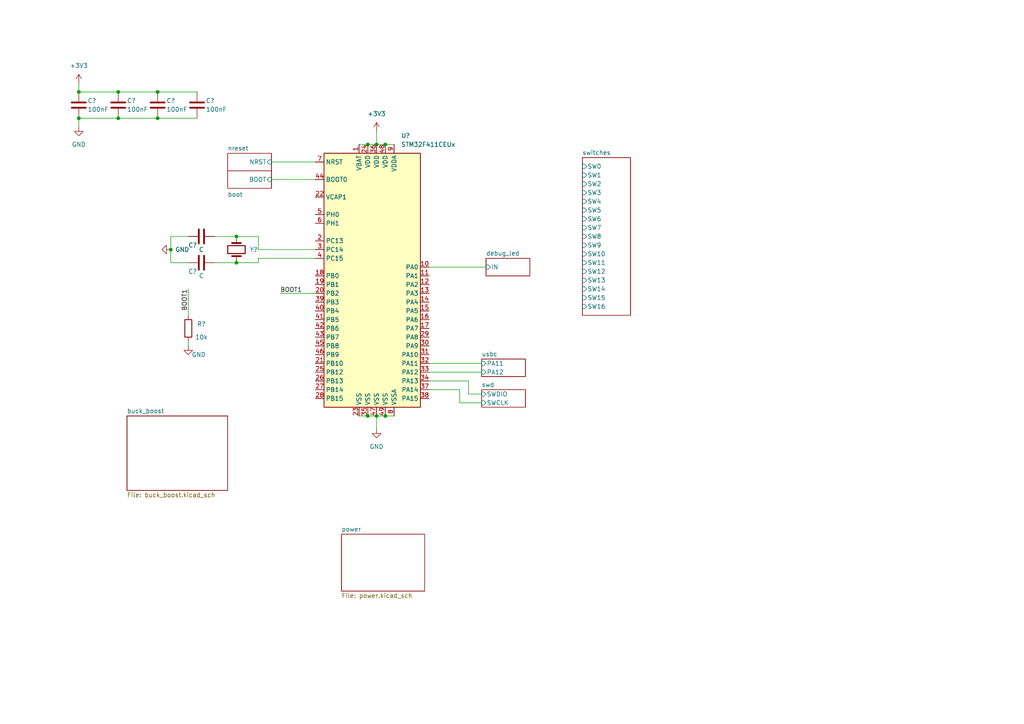
<source format=kicad_sch>
(kicad_sch (version 20230121) (generator eeschema)
  (paper "A4")
  (lib_symbols
    (symbol "Device:C" (pin_numbers hide) (pin_names (offset 0.254))
      (property "Reference" "C" (at 0.635 2.54 0))
      (property "Value" "C" (at 0.635 -2.54 0))
      (symbol "C_0_1"
        (polyline (pts (xy -2.032 -0.762) (xy 2.032 -0.762)) (stroke (width 0.508)))
        (polyline (pts (xy -2.032 0.762) (xy 2.032 0.762)) (stroke (width 0.508)))
      )
      (symbol "C_1_1"
        (pin passive line (at 0 3.81 270) (length 2.794) (name "~") (number "1"))
        (pin passive line (at 0 -3.81 90) (length 2.794) (name "~") (number "2"))
      )
    )
    (symbol "Device:Crystal" (pin_numbers hide) (pin_names (offset 1.016) hide)
      (property "Reference" "Y" (at 0 3.81 0))
      (property "Value" "Crystal" (at 0 -3.81 0))
      (symbol "Crystal_0_1"
        (rectangle (start -1.143 2.54) (end 1.143 -2.54) (stroke (width 0.3048)))
        (polyline (pts (xy -2.54 0) (xy -1.905 0)))
        (polyline (pts (xy -1.905 -1.27) (xy -1.905 1.27)) (stroke (width 0.508)))
        (polyline (pts (xy 1.905 -1.27) (xy 1.905 1.27)) (stroke (width 0.508)))
        (polyline (pts (xy 2.54 0) (xy 1.905 0)))
      )
      (symbol "Crystal_1_1"
        (pin passive line (at -3.81 0 0) (length 1.27) (name "1") (number "1"))
        (pin passive line (at 3.81 0 180) (length 1.27) (name "2") (number "2"))
      )
    )
    (symbol "Device:R" (pin_numbers hide) (pin_names (offset 0))
      (property "Reference" "R" (at 2.032 0 90))
      (property "Value" "R" (at 0 0 90))
      (symbol "R_0_1"
        (rectangle (start -1.016 -2.54) (end 1.016 2.54) (stroke (width 0.254)))
      )
      (symbol "R_1_1"
        (pin passive line (at 0 3.81 270) (length 1.27) (name "~") (number "1"))
        (pin passive line (at 0 -3.81 90) (length 1.27) (name "~") (number "2"))
      )
    )
    (symbol "MCU_ST_STM32F4:STM32F411CEUx"
      (property "Reference" "U" (at -15.24 36.83 0))
      (property "Value" "STM32F411CEUx" (at 7.62 36.83 0))
      (symbol "STM32F411CEUx_0_1"
        (rectangle (start -15.24 -38.1) (end 12.7 35.56) (stroke (width 0.254)) (fill (type background)))
      )
      (symbol "STM32F411CEUx_1_1"
        (pin power_in line (at -5.08 38.1 270) (length 2.54) (name "VBAT") (number "1"))
        (pin bidirectional line (at 15.24 2.54 180) (length 2.54) (name "PA0") (number "10"))
        (pin bidirectional line (at 15.24 0 180) (length 2.54) (name "PA1") (number "11"))
        (pin bidirectional line (at 15.24 -2.54 180) (length 2.54) (name "PA2") (number "12"))
        (pin bidirectional line (at 15.24 -5.08 180) (length 2.54) (name "PA3") (number "13"))
        (pin bidirectional line (at 15.24 -7.62 180) (length 2.54) (name "PA4") (number "14"))
        (pin bidirectional line (at 15.24 -10.16 180) (length 2.54) (name "PA5") (number "15"))
        (pin bidirectional line (at 15.24 -12.7 180) (length 2.54) (name "PA6") (number "16"))
        (pin bidirectional line (at 15.24 -15.24 180) (length 2.54) (name "PA7") (number "17"))
        (pin bidirectional line (at -17.78 0 0) (length 2.54) (name "PB0") (number "18"))
        (pin bidirectional line (at -17.78 -2.54 0) (length 2.54) (name "PB1") (number "19"))
        (pin bidirectional line (at -17.78 10.16 0) (length 2.54) (name "PC13") (number "2"))
        (pin bidirectional line (at -17.78 -5.08 0) (length 2.54) (name "PB2") (number "20"))
        (pin bidirectional line (at -17.78 -25.4 0) (length 2.54) (name "PB10") (number "21"))
        (pin power_in line (at -17.78 22.86 0) (length 2.54) (name "VCAP1") (number "22"))
        (pin power_in line (at -5.08 -40.64 90) (length 2.54) (name "VSS") (number "23"))
        (pin power_in line (at -2.54 38.1 270) (length 2.54) (name "VDD") (number "24"))
        (pin bidirectional line (at -17.78 -27.94 0) (length 2.54) (name "PB12") (number "25"))
        (pin bidirectional line (at -17.78 -30.48 0) (length 2.54) (name "PB13") (number "26"))
        (pin bidirectional line (at -17.78 -33.02 0) (length 2.54) (name "PB14") (number "27"))
        (pin bidirectional line (at -17.78 -35.56 0) (length 2.54) (name "PB15") (number "28"))
        (pin bidirectional line (at 15.24 -17.78 180) (length 2.54) (name "PA8") (number "29"))
        (pin bidirectional line (at -17.78 7.62 0) (length 2.54) (name "PC14") (number "3"))
        (pin bidirectional line (at 15.24 -20.32 180) (length 2.54) (name "PA9") (number "30"))
        (pin bidirectional line (at 15.24 -22.86 180) (length 2.54) (name "PA10") (number "31"))
        (pin bidirectional line (at 15.24 -25.4 180) (length 2.54) (name "PA11") (number "32"))
        (pin bidirectional line (at 15.24 -27.94 180) (length 2.54) (name "PA12") (number "33"))
        (pin bidirectional line (at 15.24 -30.48 180) (length 2.54) (name "PA13") (number "34"))
        (pin power_in line (at -2.54 -40.64 90) (length 2.54) (name "VSS") (number "35"))
        (pin power_in line (at 0 38.1 270) (length 2.54) (name "VDD") (number "36"))
        (pin bidirectional line (at 15.24 -33.02 180) (length 2.54) (name "PA14") (number "37"))
        (pin bidirectional line (at 15.24 -35.56 180) (length 2.54) (name "PA15") (number "38"))
        (pin bidirectional line (at -17.78 -7.62 0) (length 2.54) (name "PB3") (number "39"))
        (pin bidirectional line (at -17.78 5.08 0) (length 2.54) (name "PC15") (number "4"))
        (pin bidirectional line (at -17.78 -10.16 0) (length 2.54) (name "PB4") (number "40"))
        (pin bidirectional line (at -17.78 -12.7 0) (length 2.54) (name "PB5") (number "41"))
        (pin bidirectional line (at -17.78 -15.24 0) (length 2.54) (name "PB6") (number "42"))
        (pin bidirectional line (at -17.78 -17.78 0) (length 2.54) (name "PB7") (number "43"))
        (pin input line (at -17.78 27.94 0) (length 2.54) (name "BOOT0") (number "44"))
        (pin bidirectional line (at -17.78 -20.32 0) (length 2.54) (name "PB8") (number "45"))
        (pin bidirectional line (at -17.78 -22.86 0) (length 2.54) (name "PB9") (number "46"))
        (pin power_in line (at 0 -40.64 90) (length 2.54) (name "VSS") (number "47"))
        (pin power_in line (at 2.54 38.1 270) (length 2.54) (name "VDD") (number "48"))
        (pin power_in line (at 2.54 -40.64 90) (length 2.54) (name "VSS") (number "49"))
        (pin input line (at -17.78 17.78 0) (length 2.54) (name "PH0") (number "5"))
        (pin input line (at -17.78 15.24 0) (length 2.54) (name "PH1") (number "6"))
        (pin input line (at -17.78 33.02 0) (length 2.54) (name "NRST") (number "7"))
        (pin power_in line (at 5.08 -40.64 90) (length 2.54) (name "VSSA") (number "8"))
        (pin power_in line (at 5.08 38.1 270) (length 2.54) (name "VDDA") (number "9"))
      )
    )
    (symbol "power:+3V3" (power) (pin_names (offset 0))
      (property "Value" "+3V3" (at 0 3.556 0))
      (symbol "+3V3_0_1"
        (polyline (pts (xy -0.762 1.27) (xy 0 2.54)))
        (polyline (pts (xy 0 0) (xy 0 2.54)))
        (polyline (pts (xy 0 2.54) (xy 0.762 1.27)))
      )
      (symbol "+3V3_1_1"
        (pin power_in line (at 0 0 90) (length 0) hide (name "+3V3") (number "1"))
      )
    )
    (symbol "power:GND" (power) (pin_names (offset 0))
      (property "Value" "GND" (at 0 -3.81 0))
      (symbol "GND_0_1"
        (polyline (pts (xy 0 0) (xy 0 -1.27) (xy 1.27 -1.27) (xy 0 -2.54) (xy -1.27 -1.27) (xy 0 -1.27)))
      )
      (symbol "GND_1_1"
        (pin power_in line (at 0 0 270) (length 0) hide (name "GND") (number "1"))
      )
    )
  )
  (junction (at 68.58 76.2))
  (junction (at 49.53 72.39))
  (junction (at 34.29 34.29))
  (junction (at 22.86 26.67))
  (junction (at 45.72 26.67))
  (junction (at 22.86 34.29))
  (junction (at 68.58 68.58))
  (junction (at 106.68 41.91))
  (junction (at 45.72 34.29))
  (junction (at 106.68 120.65))
  (junction (at 111.76 120.65))
  (junction (at 109.22 41.91))
  (junction (at 109.22 120.65))
  (junction (at 111.76 41.91))
  (junction (at 34.29 26.67))
  (wire (pts (xy 45.72 26.67) (xy 57.15 26.67)))
  (wire (pts (xy 62.23 68.58) (xy 68.58 68.58)))
  (wire (pts (xy 104.14 120.65) (xy 106.68 120.65)))
  (wire (pts (xy 109.22 38.1) (xy 109.22 41.91)))
  (wire (pts (xy 74.93 72.39) (xy 74.93 68.58)))
  (wire (pts (xy 124.46 105.41) (xy 139.7 105.41)))
  (wire (pts (xy 22.86 34.29) (xy 34.29 34.29)))
  (wire (pts (xy 135.89 110.49) (xy 135.89 114.3)))
  (wire (pts (xy 111.76 120.65) (xy 114.3 120.65)))
  (wire (pts (xy 22.86 26.67) (xy 34.29 26.67)))
  (wire (pts (xy 133.35 116.84) (xy 139.7 116.84)))
  (wire (pts (xy 49.53 68.58) (xy 54.61 68.58)))
  (wire (pts (xy 106.68 120.65) (xy 109.22 120.65)))
  (wire (pts (xy 74.93 74.93) (xy 91.44 74.93)))
  (wire (pts (xy 133.35 113.03) (xy 133.35 116.84)))
  (wire (pts (xy 34.29 26.67) (xy 45.72 26.67)))
  (wire (pts (xy 78.74 52.07) (xy 91.44 52.07)))
  (wire (pts (xy 124.46 107.95) (xy 139.7 107.95)))
  (wire (pts (xy 109.22 120.65) (xy 109.22 124.46)))
  (wire (pts (xy 124.46 110.49) (xy 135.89 110.49)))
  (wire (pts (xy 78.74 46.99) (xy 91.44 46.99)))
  (wire (pts (xy 74.93 68.58) (xy 68.58 68.58)))
  (wire (pts (xy 106.68 41.91) (xy 109.22 41.91)))
  (wire (pts (xy 74.93 72.39) (xy 91.44 72.39)))
  (wire (pts (xy 22.86 36.83) (xy 22.86 34.29)))
  (wire (pts (xy 49.53 72.39) (xy 49.53 68.58)))
  (wire (pts (xy 22.86 26.67) (xy 22.86 24.13)))
  (wire (pts (xy 49.53 72.39) (xy 49.53 76.2)))
  (wire (pts (xy 104.14 41.91) (xy 106.68 41.91)))
  (wire (pts (xy 109.22 41.91) (xy 111.76 41.91)))
  (wire (pts (xy 111.76 41.91) (xy 114.3 41.91)))
  (wire (pts (xy 45.72 34.29) (xy 57.15 34.29)))
  (wire (pts (xy 68.58 76.2) (xy 74.93 76.2)))
  (wire (pts (xy 74.93 76.2) (xy 74.93 74.93)))
  (wire (pts (xy 54.61 76.2) (xy 49.53 76.2)))
  (wire (pts (xy 54.61 83.82) (xy 54.61 91.44)))
  (wire (pts (xy 54.61 100.33) (xy 54.61 99.06)))
  (wire (pts (xy 81.28 85.09) (xy 91.44 85.09)))
  (wire (pts (xy 109.22 120.65) (xy 111.76 120.65)))
  (wire (pts (xy 124.46 77.47) (xy 140.97 77.47)))
  (wire (pts (xy 135.89 114.3) (xy 139.7 114.3)))
  (wire (pts (xy 124.46 113.03) (xy 133.35 113.03)))
  (wire (pts (xy 34.29 34.29) (xy 45.72 34.29)))
  (wire (pts (xy 68.58 74.93) (xy 68.58 76.2)))
  (wire (pts (xy 62.23 76.2) (xy 68.58 76.2)))
  (label "BOOT1" (at 81.28 85.09 0))
  (label "BOOT1" (at 54.61 83.82 270))
  (symbol (lib_id "power:GND") (at 109.22 124.46 0) (unit 1)
    (property "Reference" "#PWR?" (effects hide))
    (property "Value" "GND" (at 109.22 129.54 0))
  )
  (symbol (lib_id "power:GND") (at 22.86 36.83 0) (unit 1)
    (property "Reference" "#PWR?" (effects hide))
    (property "Value" "GND" (at 22.86 41.91 0))
  )
  (symbol (lib_id "Device:Crystal") (at 68.58 72.39 270) (unit 1)
    (property "Reference" "Y?" (at 72.39 72.39 90) (effects (justify left)))
    (property "Value" "Crystal" (effects hide))
  )
  (symbol (lib_id "Device:C") (at 22.86 30.48 0) (unit 1)
    (property "Reference" "C?" (at 25.4 29.21 0) (effects (justify left)))
    (property "Value" "100nF" (at 25.4 31.75 0) (effects (justify left)))
  )
  (symbol (lib_id "Device:C") (at 57.15 30.48 0) (unit 1)
    (property "Reference" "C?" (at 59.69 29.21 0) (effects (justify left)))
    (property "Value" "100nF" (at 59.69 31.75 0) (effects (justify left)))
  )
  (symbol (lib_id "Device:C") (at 34.29 30.48 0) (unit 1)
    (property "Reference" "C?" (at 36.83 29.21 0) (effects (justify left)))
    (property "Value" "100nF" (at 36.83 31.75 0) (effects (justify left)))
  )
  (symbol (lib_id "Device:C") (at 45.72 30.48 0) (unit 1)
    (property "Reference" "C?" (at 48.26 29.21 0) (effects (justify left)))
    (property "Value" "100nF" (at 48.26 31.75 0) (effects (justify left)))
  )
  (symbol (lib_id "Device:R") (at 54.61 95.25 180) (unit 1)
    (property "Reference" "R?" (at 58.42 93.98 0))
    (property "Value" "10k" (at 58.42 97.79 0))
  )
  (symbol (lib_id "Device:C") (at 58.42 68.58 90) (unit 1)
    (property "Reference" "C?" (at 55.88 71.12 90))
    (property "Value" "C" (at 58.42 72.39 90))
  )
  (symbol (lib_id "MCU_ST_STM32F4:STM32F411CEUx") (at 109.22 80.01 0) (unit 1)
    (property "Reference" "U?" (at 116.3194 39.37 0) (effects (justify left)))
    (property "Value" "STM32F411CEUx" (at 116.3194 41.91 0) (effects (justify left)))
    (property "Footprint" "Package_DFN_QFN:QFN-48-1EP_7x7mm_P0.5mm_EP5.6x5.6mm" (effects hide))
    (property "Datasheet" "http://www.st.com/st-web-ui/static/active/en/resource/technical/document/datasheet/DM00115249.pdf" (effects hide))
  )
  (symbol (lib_id "power:+3V3") (at 22.86 24.13 0) (unit 1)
    (property "Reference" "#PWR?" (effects hide))
    (property "Value" "+3V3" (at 22.86 19.05 0))
  )
  (symbol (lib_id "power:+3V3") (at 109.22 38.1 0) (unit 1)
    (property "Reference" "#PWR?" (effects hide))
    (property "Value" "+3V3" (at 109.22 33.02 0))
  )
  (symbol (lib_id "power:GND") (at 49.53 72.39 270) (unit 1)
    (property "Reference" "#PWR?" (effects hide))
    (property "Value" "GND" (at 50.8 72.3899 90) (effects (justify left)))
  )
  (symbol (lib_id "Device:C") (at 58.42 76.2 90) (unit 1)
    (property "Reference" "C?" (at 55.88 78.74 90))
    (property "Value" "C" (at 58.42 80.01 90))
  )
  (symbol (lib_id "power:GND") (at 54.61 100.33 0) (unit 1)
    (property "Reference" "#PWR?" (effects hide))
    (property "Value" "GND" (at 59.69 102.87 0) (effects (justify right)))
  )
  (sheet (at 36.83 120.65) (size 29.21 21.59) (stroke (width 0.1524))
    (property "Sheetname" "buck_boost" (at 36.83 119.9384 0) (effects (justify left bottom)))
    (property "Sheetfile" "buck_boost.kicad_sch" (at 36.83 142.8246 0) (effects (justify left top)))
  )
  (sheet (at 139.7 113.03) (size 12.7 5.08) (stroke (width 0.1524))
    (property "Sheetname" "swd" (at 139.7 112.3184 0) (effects (justify left bottom)))
    (property "Sheetfile" "swd.kicad_sch" (effects hide))
    (pin "SWDIO" input (at 139.7 114.3 180))
    (pin "SWCLK" input (at 139.7 116.84 180))
  )
  (sheet (at 66.04 44.45) (size 12.7 5.08) (stroke (width 0.1524))
    (property "Sheetname" "nreset" (at 66.04 43.7384 0) (effects (justify left bottom)))
    (property "Sheetfile" "nreset.kicad_sch" (effects hide))
    (pin "NRST" input (at 78.74 46.99 0))
  )
  (sheet (at 168.91 45.72) (size 13.97 45.72) (stroke (width 0.1524))
    (property "Sheetname" "switches" (at 168.91 45.0084 0) (effects (justify left bottom)))
    (property "Sheetfile" "switches.kicad_sch" (effects hide))
    (pin "SW7" input (at 168.91 66.04 180))
    (pin "SW9" input (at 168.91 71.12 180))
    (pin "SW8" input (at 168.91 68.58 180))
    (pin "SW16" input (at 168.91 88.9 180))
    (pin "SW14" input (at 168.91 83.82 180))
    (pin "SW15" input (at 168.91 86.36 180))
    (pin "SW13" input (at 168.91 81.28 180))
    (pin "SW5" input (at 168.91 60.96 180))
    (pin "SW4" input (at 168.91 58.42 180))
    (pin "SW6" input (at 168.91 63.5 180))
    (pin "SW3" input (at 168.91 55.88 180))
    (pin "SW11" input (at 168.91 76.2 180))
    (pin "SW12" input (at 168.91 78.74 180))
    (pin "SW10" input (at 168.91 73.66 180))
    (pin "SW1" input (at 168.91 50.8 180))
    (pin "SW0" input (at 168.91 48.26 180))
    (pin "SW2" input (at 168.91 53.34 180))
  )
  (sheet (at 99.06 154.94) (size 24.13 16.51) (stroke (width 0.1524))
    (property "Sheetname" "power" (at 99.06 154.2284 0) (effects (justify left bottom)))
    (property "Sheetfile" "power.kicad_sch" (at 99.06 172.0346 0) (effects (justify left top)))
  )
  (sheet (at 139.7 104.14) (size 12.7 5.08) (stroke (width 0.1524))
    (property "Sheetname" "usbc" (at 139.7 103.4284 0) (effects (justify left bottom)))
    (property "Sheetfile" "usbc.kicad_sch" (effects hide))
    (pin "PA11" input (at 139.7 105.41 180))
    (pin "PA12" input (at 139.7 107.95 180))
  )
  (sheet (at 66.04 49.53) (size 12.7 5.08) (stroke (width 0.1524))
    (property "Sheetname" "boot" (at 66.04 57.15 0) (effects (justify left bottom)))
    (property "Sheetfile" "boot.kicad_sch" (effects hide))
    (pin "BOOT" input (at 78.74 52.07 0))
  )
  (sheet (at 140.97 74.93) (size 12.7 5.08) (stroke (width 0.1524))
    (property "Sheetname" "debug_led" (at 140.97 74.2184 0) (effects (justify left bottom)))
    (property "Sheetfile" "debug_led.kicad_sch" (effects hide))
    (pin "IN" input (at 140.97 77.47 180))
  )
)
</source>
